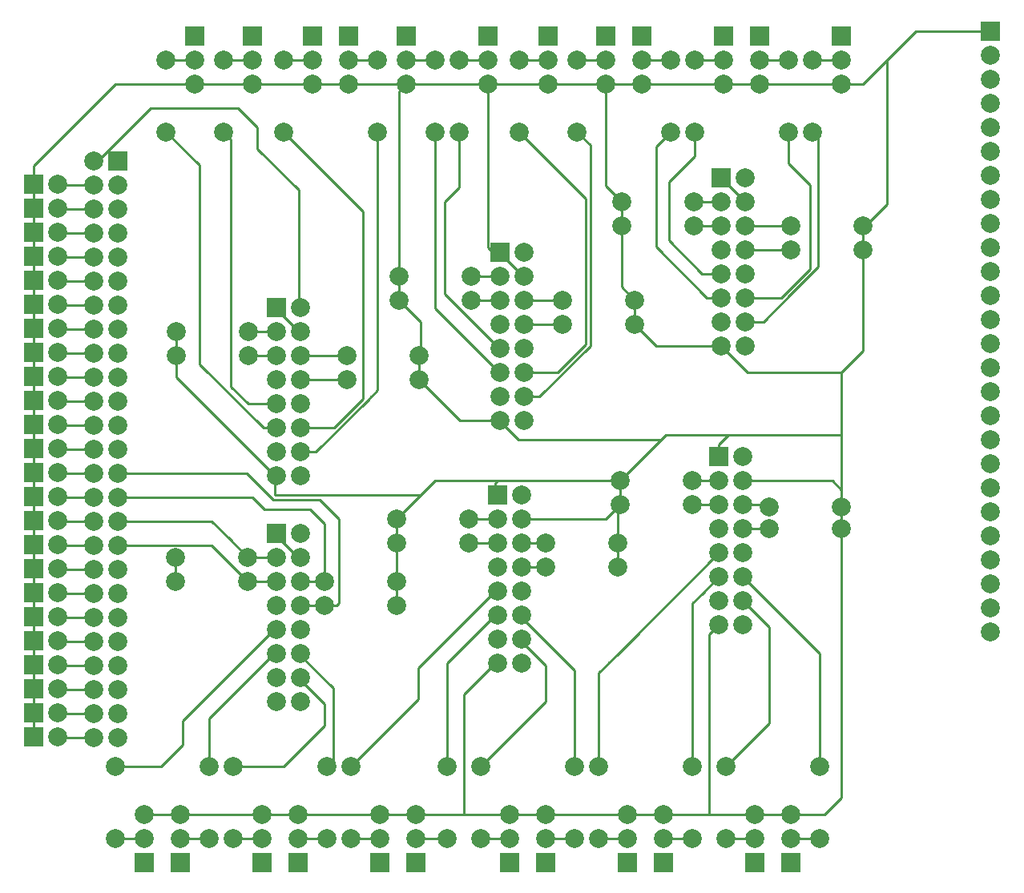
<source format=gbr>
G04 #@! TF.GenerationSoftware,KiCad,Pcbnew,(5.1.6)-1*
G04 #@! TF.CreationDate,2020-12-09T17:55:00+01:00*
G04 #@! TF.ProjectId,Rolety Bart_omiej Torczy_o,526f6c65-7479-4204-9261-7274426f6d69,rev?*
G04 #@! TF.SameCoordinates,Original*
G04 #@! TF.FileFunction,Copper,L1,Top*
G04 #@! TF.FilePolarity,Positive*
%FSLAX46Y46*%
G04 Gerber Fmt 4.6, Leading zero omitted, Abs format (unit mm)*
G04 Created by KiCad (PCBNEW (5.1.6)-1) date 2020-12-09 17:55:00*
%MOMM*%
%LPD*%
G01*
G04 APERTURE LIST*
G04 #@! TA.AperFunction,ComponentPad*
%ADD10C,2.000000*%
G04 #@! TD*
G04 #@! TA.AperFunction,ComponentPad*
%ADD11R,2.000000X2.000000*%
G04 #@! TD*
G04 #@! TA.AperFunction,Conductor*
%ADD12C,0.250000*%
G04 #@! TD*
G04 APERTURE END LIST*
D10*
X24892000Y-57598000D03*
D11*
X22352000Y-57598000D03*
D10*
X24892000Y-60138000D03*
D11*
X22352000Y-60138000D03*
D10*
X24892000Y-62678000D03*
D11*
X22352000Y-62678000D03*
D10*
X24892000Y-65218000D03*
D11*
X22352000Y-65218000D03*
D10*
X24892000Y-67758000D03*
D11*
X22352000Y-67758000D03*
D10*
X24892000Y-70298000D03*
D11*
X22352000Y-70298000D03*
D10*
X24892000Y-72838000D03*
D11*
X22352000Y-72838000D03*
D10*
X24892000Y-75378000D03*
D11*
X22352000Y-75378000D03*
D10*
X24892000Y-77918000D03*
D11*
X22352000Y-77918000D03*
D10*
X24892000Y-80458000D03*
D11*
X22352000Y-80458000D03*
D10*
X24892000Y-82998000D03*
D11*
X22352000Y-82998000D03*
D10*
X24892000Y-85538000D03*
D11*
X22352000Y-85538000D03*
D10*
X24892000Y-88078000D03*
D11*
X22352000Y-88078000D03*
D10*
X24892000Y-90618000D03*
D11*
X22352000Y-90618000D03*
D10*
X24892000Y-93158000D03*
D11*
X22352000Y-93158000D03*
D10*
X24892000Y-95698000D03*
D11*
X22352000Y-95698000D03*
D10*
X24892000Y-98238000D03*
D11*
X22352000Y-98238000D03*
D10*
X24892000Y-100778000D03*
D11*
X22352000Y-100778000D03*
D10*
X24892000Y-103318000D03*
D11*
X22352000Y-103318000D03*
D10*
X24892000Y-105858000D03*
D11*
X22352000Y-105858000D03*
D10*
X24892000Y-108398000D03*
D11*
X22352000Y-108398000D03*
D10*
X24892000Y-110938000D03*
D11*
X22352000Y-110938000D03*
D10*
X24892000Y-113478000D03*
D11*
X22352000Y-113478000D03*
D10*
X24892000Y-116018000D03*
D11*
X22352000Y-116018000D03*
X94742000Y-86407000D03*
D10*
X97282000Y-86407000D03*
X97282000Y-88947000D03*
X94742000Y-88947000D03*
X97282000Y-91487000D03*
X94742000Y-91487000D03*
X97282000Y-94027000D03*
X94742000Y-94027000D03*
X97282000Y-96567000D03*
X94742000Y-96567000D03*
X97282000Y-99107000D03*
X94742000Y-99107000D03*
X97282000Y-101647000D03*
X94742000Y-101647000D03*
X97282000Y-104187000D03*
X94742000Y-104187000D03*
D11*
X71374000Y-90424000D03*
D10*
X73914000Y-90424000D03*
X73914000Y-92964000D03*
X71374000Y-92964000D03*
X73914000Y-95504000D03*
X71374000Y-95504000D03*
X73914000Y-98044000D03*
X71374000Y-98044000D03*
X73914000Y-100584000D03*
X71374000Y-100584000D03*
X73914000Y-103124000D03*
X71374000Y-103124000D03*
X73914000Y-105664000D03*
X71374000Y-105664000D03*
X73914000Y-108204000D03*
X71374000Y-108204000D03*
D11*
X48006000Y-94488000D03*
D10*
X50546000Y-94488000D03*
X50546000Y-97028000D03*
X48006000Y-97028000D03*
X50546000Y-99568000D03*
X48006000Y-99568000D03*
X50546000Y-102108000D03*
X48006000Y-102108000D03*
X50546000Y-104648000D03*
X48006000Y-104648000D03*
X50546000Y-107188000D03*
X48006000Y-107188000D03*
X50546000Y-109728000D03*
X48006000Y-109728000D03*
X50546000Y-112268000D03*
X48006000Y-112268000D03*
D11*
X71628000Y-64817000D03*
D10*
X74168000Y-64817000D03*
X74168000Y-67357000D03*
X71628000Y-67357000D03*
X74168000Y-69897000D03*
X71628000Y-69897000D03*
X74168000Y-72437000D03*
X71628000Y-72437000D03*
X74168000Y-74977000D03*
X71628000Y-74977000D03*
X74168000Y-77517000D03*
X71628000Y-77517000D03*
X74168000Y-80057000D03*
X71628000Y-80057000D03*
X74168000Y-82597000D03*
X71628000Y-82597000D03*
D11*
X48006000Y-70658500D03*
D10*
X50546000Y-70658500D03*
X50546000Y-73198500D03*
X48006000Y-73198500D03*
X50546000Y-75738500D03*
X48006000Y-75738500D03*
X50546000Y-78278500D03*
X48006000Y-78278500D03*
X50546000Y-80818500D03*
X48006000Y-80818500D03*
X50546000Y-83358500D03*
X48006000Y-83358500D03*
X50546000Y-85898500D03*
X48006000Y-85898500D03*
X50546000Y-88438500D03*
X48006000Y-88438500D03*
D11*
X31242000Y-55118000D03*
D10*
X28702000Y-55118000D03*
X31242000Y-57658000D03*
X28702000Y-57658000D03*
X31242000Y-60198000D03*
X28702000Y-60198000D03*
X31242000Y-62738000D03*
X28702000Y-62738000D03*
X31242000Y-65278000D03*
X28702000Y-65278000D03*
X31242000Y-67818000D03*
X28702000Y-67818000D03*
X31242000Y-70358000D03*
X28702000Y-70358000D03*
X31242000Y-72898000D03*
X28702000Y-72898000D03*
X31242000Y-75438000D03*
X28702000Y-75438000D03*
X31242000Y-77978000D03*
X28702000Y-77978000D03*
X31242000Y-80518000D03*
X28702000Y-80518000D03*
X31242000Y-83058000D03*
X28702000Y-83058000D03*
X31242000Y-85598000D03*
X28702000Y-85598000D03*
X31242000Y-88138000D03*
X28702000Y-88138000D03*
X31242000Y-90678000D03*
X28702000Y-90678000D03*
X31242000Y-93218000D03*
X28702000Y-93218000D03*
X31242000Y-95758000D03*
X28702000Y-95758000D03*
X31242000Y-98298000D03*
X28702000Y-98298000D03*
X31242000Y-100838000D03*
X28702000Y-100838000D03*
X31242000Y-103378000D03*
X28702000Y-103378000D03*
X31242000Y-105918000D03*
X28702000Y-105918000D03*
X31242000Y-108458000D03*
X28702000Y-108458000D03*
X31242000Y-110998000D03*
X28702000Y-110998000D03*
X31242000Y-113538000D03*
X28702000Y-113538000D03*
X31242000Y-116078000D03*
X28702000Y-116078000D03*
D11*
X94996000Y-56896000D03*
D10*
X97536000Y-56896000D03*
X97536000Y-59436000D03*
X94996000Y-59436000D03*
X97536000Y-61976000D03*
X94996000Y-61976000D03*
X97536000Y-64516000D03*
X94996000Y-64516000D03*
X97536000Y-67056000D03*
X94996000Y-67056000D03*
X97536000Y-69596000D03*
X94996000Y-69596000D03*
X97536000Y-72136000D03*
X94996000Y-72136000D03*
X97536000Y-74676000D03*
X94996000Y-74676000D03*
X107696000Y-46990000D03*
X107696000Y-44450000D03*
D11*
X107696000Y-41910000D03*
D10*
X99060000Y-46990000D03*
X99060000Y-44450000D03*
D11*
X99060000Y-41910000D03*
D10*
X95250000Y-46990000D03*
X95250000Y-44450000D03*
D11*
X95250000Y-41910000D03*
D10*
X86614000Y-46990000D03*
X86614000Y-44450000D03*
D11*
X86614000Y-41910000D03*
D10*
X82804000Y-46990000D03*
X82804000Y-44450000D03*
D11*
X82804000Y-41910000D03*
D10*
X76708000Y-46990000D03*
X76708000Y-44450000D03*
D11*
X76708000Y-41910000D03*
D10*
X70358000Y-46990000D03*
X70358000Y-44450000D03*
D11*
X70358000Y-41910000D03*
D10*
X61722000Y-46990000D03*
X61722000Y-44450000D03*
D11*
X61722000Y-41910000D03*
D10*
X55626000Y-46990000D03*
X55626000Y-44450000D03*
D11*
X55626000Y-41910000D03*
D10*
X51816000Y-46990000D03*
X51816000Y-44450000D03*
D11*
X51816000Y-41910000D03*
D10*
X45466000Y-46990000D03*
X45466000Y-44450000D03*
D11*
X45466000Y-41910000D03*
D10*
X39354200Y-47000600D03*
X39354200Y-44460600D03*
D11*
X39354200Y-41920600D03*
D10*
X102362000Y-124206000D03*
X102362000Y-126746000D03*
D11*
X102362000Y-129286000D03*
D10*
X98552000Y-124206000D03*
X98552000Y-126746000D03*
D11*
X98552000Y-129286000D03*
D10*
X88900000Y-124206000D03*
X88900000Y-126746000D03*
D11*
X88900000Y-129286000D03*
D10*
X85090000Y-124206000D03*
X85090000Y-126746000D03*
D11*
X85090000Y-129286000D03*
D10*
X76454000Y-124206000D03*
X76454000Y-126746000D03*
D11*
X76454000Y-129286000D03*
D10*
X72644000Y-124206000D03*
X72644000Y-126746000D03*
D11*
X72644000Y-129286000D03*
D10*
X62738000Y-124206000D03*
X62738000Y-126746000D03*
D11*
X62738000Y-129286000D03*
D10*
X58928000Y-124206000D03*
X58928000Y-126746000D03*
D11*
X58928000Y-129286000D03*
D10*
X50292000Y-124206000D03*
X50292000Y-126746000D03*
D11*
X50292000Y-129286000D03*
D10*
X46482000Y-124206000D03*
X46482000Y-126746000D03*
D11*
X46482000Y-129286000D03*
D10*
X37846000Y-124206000D03*
X37846000Y-126746000D03*
D11*
X37846000Y-129286000D03*
D10*
X123444000Y-104902000D03*
X123444000Y-102362000D03*
X123444000Y-99822000D03*
X123444000Y-97282000D03*
X123444000Y-94742000D03*
X123444000Y-92202000D03*
X123444000Y-89662000D03*
X123444000Y-87122000D03*
X123444000Y-84582000D03*
X123444000Y-82042000D03*
X123444000Y-79502000D03*
X123444000Y-76962000D03*
X123444000Y-74422000D03*
X123444000Y-71882000D03*
X123444000Y-69342000D03*
X123444000Y-66802000D03*
X123444000Y-64262000D03*
X123444000Y-61722000D03*
X123444000Y-59182000D03*
X123444000Y-56642000D03*
X123444000Y-54102000D03*
X123444000Y-51562000D03*
X123444000Y-49022000D03*
X123444000Y-46482000D03*
X123444000Y-43942000D03*
D11*
X123444000Y-41402000D03*
D10*
X55880000Y-119126000D03*
X55880000Y-126746000D03*
X53340000Y-119126000D03*
X53340000Y-126746000D03*
X43434000Y-119126000D03*
X43434000Y-126746000D03*
X40894000Y-119126000D03*
X40894000Y-126746000D03*
X30988000Y-119126000D03*
X30988000Y-126746000D03*
X36322000Y-52070000D03*
X36322000Y-44450000D03*
X42418000Y-52070000D03*
X42418000Y-44450000D03*
X48768000Y-52070000D03*
X48768000Y-44450000D03*
X58674000Y-52070000D03*
X58674000Y-44450000D03*
X60706000Y-102108000D03*
X53086000Y-102108000D03*
X60706000Y-99568000D03*
X53086000Y-99568000D03*
X44958000Y-99568000D03*
X37338000Y-99568000D03*
X60706000Y-92964000D03*
X68326000Y-92964000D03*
X60706000Y-95504000D03*
X68326000Y-95504000D03*
X84074000Y-95504000D03*
X76454000Y-95504000D03*
X84074000Y-98044000D03*
X76454000Y-98044000D03*
X60960000Y-67310000D03*
X68580000Y-67310000D03*
X60960000Y-69850000D03*
X68580000Y-69850000D03*
X85852000Y-69850000D03*
X78232000Y-69850000D03*
X85852000Y-72390000D03*
X78232000Y-72390000D03*
X84328000Y-88900000D03*
X91948000Y-88900000D03*
X84328000Y-91440000D03*
X91948000Y-91440000D03*
X107696000Y-91694000D03*
X100076000Y-91694000D03*
X107696000Y-93980000D03*
X100076000Y-93980000D03*
X84468000Y-59436000D03*
X92088000Y-59436000D03*
X84468000Y-61976000D03*
X92088000Y-61976000D03*
X109982000Y-61976000D03*
X102362000Y-61976000D03*
X109982000Y-64516000D03*
X102362000Y-64516000D03*
X37391000Y-73198500D03*
X45011000Y-73198500D03*
X37391000Y-75692000D03*
X45011000Y-75692000D03*
X63045000Y-75738500D03*
X55425000Y-75738500D03*
X63045000Y-78278500D03*
X55425000Y-78278500D03*
X37338000Y-97028000D03*
X44958000Y-97028000D03*
X66040000Y-119126000D03*
X66040000Y-126746000D03*
X69596000Y-119126000D03*
X69596000Y-126746000D03*
X79502000Y-119126000D03*
X79502000Y-126746000D03*
X79756000Y-52070000D03*
X79756000Y-44450000D03*
X73660000Y-52070000D03*
X73660000Y-44450000D03*
X67310000Y-52070000D03*
X67310000Y-44450000D03*
X64770000Y-52070000D03*
X64770000Y-44450000D03*
X82042000Y-119126000D03*
X82042000Y-126746000D03*
X91948000Y-119126000D03*
X91948000Y-126746000D03*
X95504000Y-119126000D03*
X95504000Y-126746000D03*
X105410000Y-119126000D03*
X105410000Y-126746000D03*
X104648000Y-44450000D03*
X104648000Y-52070000D03*
X102108000Y-44450000D03*
X102108000Y-52070000D03*
X92202000Y-44450000D03*
X92202000Y-52070000D03*
X89662000Y-44450000D03*
X89662000Y-52070000D03*
D11*
X34036000Y-129286000D03*
D10*
X34036000Y-126746000D03*
X34036000Y-124206000D03*
D12*
X29083000Y-57658000D02*
X25019000Y-57658000D01*
X25019000Y-60198000D02*
X29083000Y-60198000D01*
X25019000Y-62738000D02*
X29083000Y-62738000D01*
X29083000Y-65278000D02*
X25019000Y-65278000D01*
X25019000Y-67818000D02*
X29083000Y-67818000D01*
X29083000Y-70358000D02*
X25019000Y-70358000D01*
X25019000Y-72898000D02*
X29083000Y-72898000D01*
X29083000Y-75438000D02*
X25019000Y-75438000D01*
X25019000Y-77978000D02*
X29083000Y-77978000D01*
X29083000Y-80518000D02*
X25019000Y-80518000D01*
X25019000Y-83058000D02*
X29083000Y-83058000D01*
X29083000Y-85598000D02*
X25019000Y-85598000D01*
X25019000Y-88138000D02*
X29083000Y-88138000D01*
X25019000Y-90678000D02*
X29083000Y-90678000D01*
X29083000Y-93218000D02*
X25019000Y-93218000D01*
X25019000Y-95758000D02*
X29083000Y-95758000D01*
X29083000Y-98298000D02*
X25019000Y-98298000D01*
X25019000Y-100838000D02*
X29083000Y-100838000D01*
X29083000Y-103378000D02*
X25019000Y-103378000D01*
X25019000Y-105918000D02*
X29083000Y-105918000D01*
X29083000Y-108458000D02*
X25019000Y-108458000D01*
X25019000Y-110998000D02*
X29083000Y-110998000D01*
X29083000Y-113538000D02*
X25019000Y-113538000D01*
X25019000Y-116078000D02*
X29083000Y-116078000D01*
X45011000Y-73198500D02*
X47805000Y-73198500D01*
X47805000Y-80818500D02*
X45004500Y-80818500D01*
X45004500Y-80818500D02*
X43180000Y-78994000D01*
X43180000Y-78994000D02*
X43180000Y-61469300D01*
X43180000Y-52832000D02*
X42418000Y-52070000D01*
X43180000Y-61469300D02*
X43180000Y-52832000D01*
X52151910Y-85898500D02*
X50345000Y-85898500D01*
X58674000Y-52070000D02*
X58674000Y-79376410D01*
X58674000Y-79376410D02*
X57595205Y-80455205D01*
X57999600Y-80050810D02*
X57595205Y-80455205D01*
X57595205Y-80455205D02*
X52151910Y-85898500D01*
X50345000Y-83358500D02*
X54055500Y-83358500D01*
X57150000Y-80264000D02*
X57150000Y-64055000D01*
X54055500Y-83358500D02*
X57150000Y-80264000D01*
X57150000Y-60452000D02*
X48768000Y-52070000D01*
X57150000Y-64055000D02*
X57150000Y-60452000D01*
X50546000Y-78278500D02*
X55425000Y-78278500D01*
X50546000Y-75738500D02*
X55425000Y-75738500D01*
X53086000Y-99568000D02*
X50292000Y-99568000D01*
X53086000Y-93472000D02*
X53086000Y-99568000D01*
X51562000Y-91948000D02*
X53086000Y-93472000D01*
X46736000Y-91948000D02*
X51562000Y-91948000D01*
X45466000Y-90678000D02*
X46736000Y-91948000D01*
X31623000Y-90678000D02*
X45466000Y-90678000D01*
X50292000Y-102108000D02*
X53086000Y-102108000D01*
X53086000Y-102108000D02*
X54356000Y-102108000D01*
X54356000Y-102108000D02*
X54610000Y-101854000D01*
X47623590Y-90932000D02*
X52578000Y-90932000D01*
X54610000Y-92964000D02*
X54610000Y-97536000D01*
X52578000Y-90932000D02*
X54610000Y-92964000D01*
X54610000Y-101854000D02*
X54610000Y-97536000D01*
X54610000Y-97536000D02*
X54610000Y-97066998D01*
X44958000Y-88266410D02*
X45973295Y-89281705D01*
X45973295Y-89281705D02*
X47623590Y-90932000D01*
X44829590Y-88138000D02*
X45973295Y-89281705D01*
X31623000Y-88138000D02*
X44829590Y-88138000D01*
X53975000Y-118491000D02*
X53975000Y-110871000D01*
X53340000Y-119126000D02*
X53975000Y-118491000D01*
X53975000Y-110871000D02*
X50292000Y-107188000D01*
X53086000Y-112522000D02*
X50292000Y-109728000D01*
X43434000Y-119126000D02*
X48768000Y-119126000D01*
X48768000Y-119126000D02*
X53086000Y-114808000D01*
X53086000Y-114808000D02*
X53086000Y-112522000D01*
X39970800Y-112429200D02*
X40132000Y-112268000D01*
X38100000Y-114300000D02*
X40132000Y-112268000D01*
X40132000Y-112268000D02*
X47752000Y-104648000D01*
X35814000Y-119126000D02*
X38100000Y-116840000D01*
X30988000Y-119126000D02*
X35814000Y-119126000D01*
X38100000Y-116840000D02*
X38100000Y-114300000D01*
X47752000Y-97028000D02*
X44958000Y-97028000D01*
X41148000Y-93218000D02*
X43053000Y-95123000D01*
X31623000Y-93218000D02*
X41148000Y-93218000D01*
X43053000Y-95123000D02*
X44958000Y-97028000D01*
X68326000Y-92964000D02*
X71120000Y-92964000D01*
X62992000Y-108712000D02*
X62992000Y-112014000D01*
X62992000Y-112014000D02*
X55880000Y-119126000D01*
X62992000Y-108712000D02*
X71120000Y-100584000D01*
X73660000Y-105664000D02*
X76454000Y-108458000D01*
X69596000Y-119126000D02*
X76454000Y-112268000D01*
X76454000Y-112268000D02*
X76454000Y-111506000D01*
X76454000Y-108458000D02*
X76454000Y-111506000D01*
X79159000Y-108623000D02*
X78740000Y-108204000D01*
X79502000Y-108966000D02*
X77978000Y-107442000D01*
X79502000Y-119126000D02*
X79502000Y-108966000D01*
X78740000Y-108204000D02*
X77978000Y-107442000D01*
X77978000Y-107442000D02*
X73660000Y-103124000D01*
X73660000Y-98044000D02*
X76454000Y-98044000D01*
X76454000Y-95504000D02*
X73660000Y-95504000D01*
X74120000Y-69850000D02*
X74073000Y-69897000D01*
X78185000Y-69897000D02*
X78232000Y-69850000D01*
X77548590Y-69897000D02*
X77913795Y-69531795D01*
X74168000Y-69897000D02*
X77548590Y-69897000D01*
X78185000Y-72437000D02*
X78232000Y-72390000D01*
X74073000Y-72437000D02*
X78185000Y-72437000D01*
X77677000Y-77517000D02*
X74073000Y-77517000D01*
X80694990Y-74499010D02*
X77677000Y-77517000D01*
X80694990Y-64665890D02*
X80694990Y-74499010D01*
X80694990Y-59104990D02*
X73660000Y-52070000D01*
X80694990Y-64665890D02*
X80694990Y-59104990D01*
X81145000Y-53459000D02*
X79756000Y-52070000D01*
X81145000Y-74685410D02*
X81145000Y-53459000D01*
X74073000Y-80057000D02*
X75773410Y-80057000D01*
X75773410Y-80057000D02*
X81145000Y-74685410D01*
X71533000Y-74977000D02*
X65786000Y-69230000D01*
X65786000Y-69230000D02*
X65786000Y-62767600D01*
X67310000Y-52070000D02*
X67310000Y-57912000D01*
X65786000Y-62767600D02*
X65786000Y-59436000D01*
X67310000Y-57912000D02*
X65786000Y-59436000D01*
X71486000Y-69850000D02*
X71533000Y-69897000D01*
X68580000Y-69850000D02*
X71486000Y-69850000D01*
X68627000Y-67357000D02*
X68580000Y-67310000D01*
X71533000Y-67357000D02*
X68627000Y-67357000D01*
X91995000Y-88947000D02*
X91948000Y-88900000D01*
X94751000Y-88947000D02*
X91995000Y-88947000D01*
X91995000Y-91487000D02*
X91948000Y-91440000D01*
X94751000Y-91487000D02*
X91995000Y-91487000D01*
X94751000Y-96567000D02*
X85118000Y-106200000D01*
X85118000Y-106200000D02*
X84905000Y-106413000D01*
X82042000Y-109276000D02*
X84102000Y-107216000D01*
X82042000Y-119126000D02*
X82042000Y-109276000D01*
X83058000Y-108260000D02*
X84102000Y-107216000D01*
X84102000Y-107216000D02*
X85118000Y-106200000D01*
X100076000Y-114554000D02*
X95504000Y-119126000D01*
X97291000Y-101647000D02*
X100076000Y-104432000D01*
X100076000Y-104432000D02*
X100076000Y-114554000D01*
X105410000Y-107226000D02*
X101327000Y-103143000D01*
X105410000Y-119126000D02*
X105410000Y-107226000D01*
X101802000Y-103618000D02*
X101327000Y-103143000D01*
X101327000Y-103143000D02*
X97291000Y-99107000D01*
X99869000Y-91487000D02*
X100076000Y-91694000D01*
X97291000Y-91487000D02*
X99869000Y-91487000D01*
X97536000Y-64516000D02*
X102362000Y-64516000D01*
X102108000Y-52070000D02*
X102108000Y-55372000D01*
X102108000Y-55372000D02*
X104394000Y-57658000D01*
X104394000Y-66548000D02*
X104394000Y-57658000D01*
X97536000Y-69596000D02*
X101346000Y-69596000D01*
X101346000Y-69596000D02*
X103759000Y-67183000D01*
X103759000Y-67183000D02*
X104394000Y-66548000D01*
X105220205Y-52642205D02*
X104648000Y-52070000D01*
X105220205Y-66358205D02*
X105220205Y-52642205D01*
X99442410Y-72136000D02*
X102426205Y-69152205D01*
X97536000Y-72136000D02*
X99442410Y-72136000D01*
X105220205Y-66358205D02*
X102426205Y-69152205D01*
X92964000Y-67056000D02*
X94996000Y-67056000D01*
X89441000Y-63533000D02*
X92964000Y-67056000D01*
X89441000Y-57371000D02*
X89441000Y-63533000D01*
X92202000Y-52070000D02*
X92202000Y-54610000D01*
X92202000Y-54610000D02*
X89441000Y-57371000D01*
X94996000Y-59436000D02*
X92088000Y-59436000D01*
X58674000Y-44450000D02*
X55626000Y-44450000D01*
X51816000Y-44450000D02*
X48768000Y-44450000D01*
X45466000Y-44450000D02*
X42418000Y-44450000D01*
X36332600Y-44460600D02*
X36322000Y-44450000D01*
X39354200Y-44460600D02*
X36332600Y-44460600D01*
X30988000Y-126746000D02*
X34036000Y-126746000D01*
X40894000Y-126746000D02*
X39116000Y-126746000D01*
X39116000Y-126746000D02*
X37846000Y-126746000D01*
X46482000Y-126746000D02*
X43434000Y-126746000D01*
X53340000Y-126746000D02*
X50292000Y-126746000D01*
X58928000Y-126746000D02*
X55880000Y-126746000D01*
X66040000Y-126746000D02*
X62738000Y-126746000D01*
X72644000Y-126746000D02*
X69596000Y-126746000D01*
X79502000Y-126746000D02*
X76454000Y-126746000D01*
X82804000Y-44450000D02*
X79756000Y-44450000D01*
X76708000Y-44450000D02*
X73660000Y-44450000D01*
X70358000Y-44450000D02*
X67310000Y-44450000D01*
X64770000Y-44450000D02*
X61722000Y-44450000D01*
X85090000Y-126746000D02*
X82042000Y-126746000D01*
X91948000Y-126746000D02*
X88900000Y-126746000D01*
X95504000Y-126746000D02*
X98552000Y-126746000D01*
X102362000Y-126746000D02*
X105410000Y-126746000D01*
X107696000Y-44450000D02*
X104648000Y-44450000D01*
X102108000Y-44450000D02*
X99060000Y-44450000D01*
X95250000Y-44450000D02*
X92202000Y-44450000D01*
X89662000Y-44450000D02*
X86614000Y-44450000D01*
X34671000Y-49530000D02*
X33909000Y-50292000D01*
X33909000Y-50292000D02*
X29083000Y-55118000D01*
X50345000Y-70658500D02*
X50345000Y-58219000D01*
X45974000Y-53848000D02*
X45974000Y-51562000D01*
X43942000Y-49530000D02*
X34671000Y-49530000D01*
X50345000Y-58219000D02*
X45974000Y-53848000D01*
X45974000Y-51562000D02*
X43942000Y-49530000D01*
X47758500Y-75692000D02*
X47805000Y-75738500D01*
X45011000Y-75692000D02*
X47758500Y-75692000D01*
X39862200Y-55610200D02*
X36322000Y-52070000D01*
X39862200Y-76617781D02*
X39862200Y-55610200D01*
X47805000Y-83358500D02*
X46602919Y-83358500D01*
X46602919Y-83358500D02*
X39862200Y-76617781D01*
X74073000Y-67357000D02*
X71533000Y-64817000D01*
X22352000Y-57598000D02*
X22352000Y-60138000D01*
X22352000Y-60138000D02*
X22352000Y-62678000D01*
X22352000Y-62678000D02*
X22352000Y-65218000D01*
X22352000Y-65218000D02*
X22352000Y-67758000D01*
X22352000Y-67758000D02*
X22352000Y-70298000D01*
X22352000Y-70298000D02*
X22352000Y-113478000D01*
X37209590Y-124206000D02*
X37527795Y-124524205D01*
X34036000Y-124206000D02*
X37209590Y-124206000D01*
X107696000Y-93980000D02*
X107696000Y-91694000D01*
X109982000Y-64770000D02*
X109982000Y-62230000D01*
X106727000Y-88947000D02*
X107696000Y-89916000D01*
X107696000Y-91694000D02*
X107696000Y-89916000D01*
X97291000Y-88947000D02*
X106727000Y-88947000D01*
X94751000Y-86407000D02*
X94751000Y-85081000D01*
X95758000Y-84074000D02*
X107696000Y-84074000D01*
X94751000Y-85081000D02*
X95758000Y-84074000D01*
X107696000Y-89916000D02*
X107696000Y-84074000D01*
X107696000Y-106680000D02*
X107696000Y-93980000D01*
X84074000Y-98044000D02*
X84074000Y-95504000D01*
X84074000Y-91694000D02*
X84328000Y-91440000D01*
X84074000Y-95504000D02*
X84074000Y-91694000D01*
X84328000Y-91440000D02*
X84328000Y-88900000D01*
X95758000Y-84074000D02*
X89154000Y-84074000D01*
X82804000Y-92964000D02*
X84328000Y-91440000D01*
X73660000Y-92964000D02*
X82804000Y-92964000D01*
X71120000Y-90424000D02*
X71120000Y-89154000D01*
X71374000Y-88900000D02*
X84328000Y-88900000D01*
X73518000Y-84582000D02*
X88646000Y-84582000D01*
X71533000Y-82597000D02*
X73518000Y-84582000D01*
X89154000Y-84074000D02*
X88646000Y-84582000D01*
X88646000Y-84582000D02*
X84328000Y-88900000D01*
X71120000Y-89154000D02*
X71374000Y-88900000D01*
X64770000Y-88900000D02*
X64262000Y-89408000D01*
X71374000Y-88900000D02*
X64770000Y-88900000D01*
X60706000Y-95504000D02*
X60706000Y-92964000D01*
X60706000Y-99568000D02*
X60706000Y-95504000D01*
X60706000Y-102108000D02*
X60706000Y-99568000D01*
X37338000Y-97028000D02*
X37338000Y-99568000D01*
X47805000Y-94435000D02*
X47752000Y-94488000D01*
X63193000Y-90477000D02*
X63881000Y-89789000D01*
X47805000Y-88438500D02*
X47805000Y-90477000D01*
X60706000Y-92964000D02*
X63881000Y-89789000D01*
X47805000Y-90477000D02*
X63193000Y-90477000D01*
X63881000Y-89789000D02*
X64262000Y-89408000D01*
X63045000Y-78278500D02*
X63045000Y-75738500D01*
X60960000Y-69850000D02*
X60960000Y-67310000D01*
X37391000Y-73198500D02*
X37391000Y-75692000D01*
X37391000Y-96975000D02*
X37338000Y-97028000D01*
X47752000Y-94488000D02*
X50292000Y-97028000D01*
X50345000Y-73198500D02*
X47805000Y-70658500D01*
X85852000Y-69850000D02*
X85852000Y-72390000D01*
X84468000Y-68466000D02*
X85852000Y-69850000D01*
X84468000Y-62230000D02*
X84468000Y-68466000D01*
X107696000Y-84074000D02*
X107696000Y-78994000D01*
X107696000Y-78994000D02*
X107696000Y-77470000D01*
X112522000Y-57658000D02*
X112522000Y-59690000D01*
X112522000Y-59690000D02*
X109982000Y-62230000D01*
X63246000Y-72136000D02*
X60960000Y-69850000D01*
X63045000Y-75738500D02*
X63246000Y-75537500D01*
X63246000Y-75537500D02*
X63246000Y-72136000D01*
X67363500Y-82597000D02*
X63045000Y-78278500D01*
X71533000Y-82597000D02*
X67363500Y-82597000D01*
X84468000Y-59436000D02*
X84468000Y-62230000D01*
X37391000Y-78024500D02*
X47805000Y-88438500D01*
X37391000Y-75692000D02*
X37391000Y-78024500D01*
X37846000Y-124206000D02*
X46482000Y-124206000D01*
X46482000Y-124206000D02*
X50292000Y-124206000D01*
X50292000Y-124206000D02*
X58928000Y-124206000D01*
X58928000Y-124206000D02*
X62738000Y-124206000D01*
X72644000Y-124206000D02*
X76454000Y-124206000D01*
X76454000Y-124206000D02*
X85090000Y-124206000D01*
X85090000Y-124206000D02*
X88900000Y-124206000D01*
X105918000Y-124206000D02*
X107696000Y-122428000D01*
X107696000Y-122428000D02*
X107696000Y-106680000D01*
X67818000Y-124206000D02*
X67818000Y-111506000D01*
X67818000Y-124206000D02*
X72644000Y-124206000D01*
X67818000Y-111506000D02*
X71120000Y-108204000D01*
X62738000Y-124206000D02*
X67818000Y-124206000D01*
X93726000Y-105212000D02*
X94751000Y-104187000D01*
X93726000Y-124206000D02*
X93726000Y-105212000D01*
X93726000Y-124206000D02*
X98552000Y-124206000D01*
X88900000Y-124206000D02*
X93726000Y-124206000D01*
X82804000Y-57772000D02*
X84468000Y-59436000D01*
X82804000Y-46990000D02*
X82804000Y-57772000D01*
X30977400Y-47000600D02*
X39354200Y-47000600D01*
X45455400Y-47000600D02*
X45466000Y-46990000D01*
X39354200Y-47000600D02*
X45455400Y-47000600D01*
X45466000Y-46990000D02*
X51816000Y-46990000D01*
X51816000Y-46990000D02*
X55626000Y-46990000D01*
X55626000Y-46990000D02*
X61722000Y-46990000D01*
X76708000Y-46990000D02*
X82804000Y-46990000D01*
X82804000Y-46990000D02*
X86614000Y-46990000D01*
X86614000Y-46990000D02*
X95250000Y-46990000D01*
X95250000Y-46990000D02*
X99060000Y-46990000D01*
X99060000Y-46990000D02*
X107696000Y-46990000D01*
X109982000Y-46990000D02*
X112522000Y-44450000D01*
X107696000Y-46990000D02*
X109982000Y-46990000D01*
X112522000Y-44450000D02*
X112522000Y-57658000D01*
X112522000Y-44450000D02*
X115570000Y-41402000D01*
X123444000Y-41402000D02*
X115570000Y-41402000D01*
X60960000Y-47752000D02*
X61722000Y-46990000D01*
X60960000Y-67310000D02*
X60960000Y-47752000D01*
X70358000Y-64278410D02*
X71214795Y-65135205D01*
X70358000Y-46990000D02*
X70358000Y-64278410D01*
X70358000Y-46990000D02*
X76708000Y-46990000D01*
X70358000Y-46990000D02*
X61722000Y-46990000D01*
X102362000Y-124206000D02*
X105918000Y-124206000D01*
X98552000Y-124206000D02*
X102362000Y-124206000D01*
X97536000Y-59436000D02*
X94996000Y-56896000D01*
X109982000Y-75184000D02*
X107696000Y-77470000D01*
X109982000Y-64516000D02*
X109982000Y-75184000D01*
X94996000Y-74676000D02*
X97790000Y-77470000D01*
X97790000Y-77470000D02*
X99060000Y-77470000D01*
X99060000Y-77470000D02*
X107696000Y-77470000D01*
X88138000Y-74676000D02*
X87630000Y-74168000D01*
X94996000Y-74676000D02*
X88138000Y-74676000D01*
X85852000Y-72390000D02*
X87630000Y-74168000D01*
X22352000Y-116018000D02*
X22352000Y-113478000D01*
X22352000Y-55626000D02*
X25336500Y-52641500D01*
X25019000Y-52959000D02*
X25336500Y-52641500D01*
X22352000Y-57598000D02*
X22352000Y-55626000D01*
X25336500Y-52641500D02*
X30977400Y-47000600D01*
X44958000Y-99568000D02*
X47752000Y-99568000D01*
X31623000Y-95758000D02*
X41148000Y-95758000D01*
X41656000Y-96266000D02*
X44958000Y-99568000D01*
X41148000Y-95758000D02*
X41656000Y-96266000D01*
X45560200Y-109379800D02*
X46228000Y-108712000D01*
X40894000Y-114046000D02*
X46228000Y-108712000D01*
X40894000Y-119126000D02*
X40894000Y-114046000D01*
X46228000Y-108712000D02*
X47752000Y-107188000D01*
X68326000Y-95504000D02*
X71120000Y-95504000D01*
X68961000Y-105283000D02*
X71120000Y-103124000D01*
X66040000Y-119126000D02*
X66040000Y-108204000D01*
X66040000Y-108204000D02*
X68580000Y-105664000D01*
X68072000Y-106172000D02*
X68580000Y-105664000D01*
X68580000Y-105664000D02*
X68961000Y-105283000D01*
X64770000Y-70754000D02*
X64953000Y-70937000D01*
X64770000Y-52070000D02*
X64770000Y-70754000D01*
X71533000Y-77517000D02*
X64953000Y-70937000D01*
X91948000Y-119126000D02*
X91948000Y-101910000D01*
X91948000Y-101910000D02*
X92992000Y-100866000D01*
X94751000Y-99107000D02*
X92992000Y-100866000D01*
X97338000Y-93980000D02*
X97291000Y-94027000D01*
X100076000Y-93980000D02*
X97338000Y-93980000D01*
X94996000Y-61976000D02*
X92088000Y-61976000D01*
X97536000Y-61976000D02*
X102362000Y-61976000D01*
X88095500Y-53636500D02*
X89662000Y-52070000D01*
X93472000Y-69596000D02*
X88095500Y-64219500D01*
X94996000Y-69596000D02*
X93472000Y-69596000D01*
X88095500Y-64219500D02*
X88095500Y-53636500D01*
M02*

</source>
